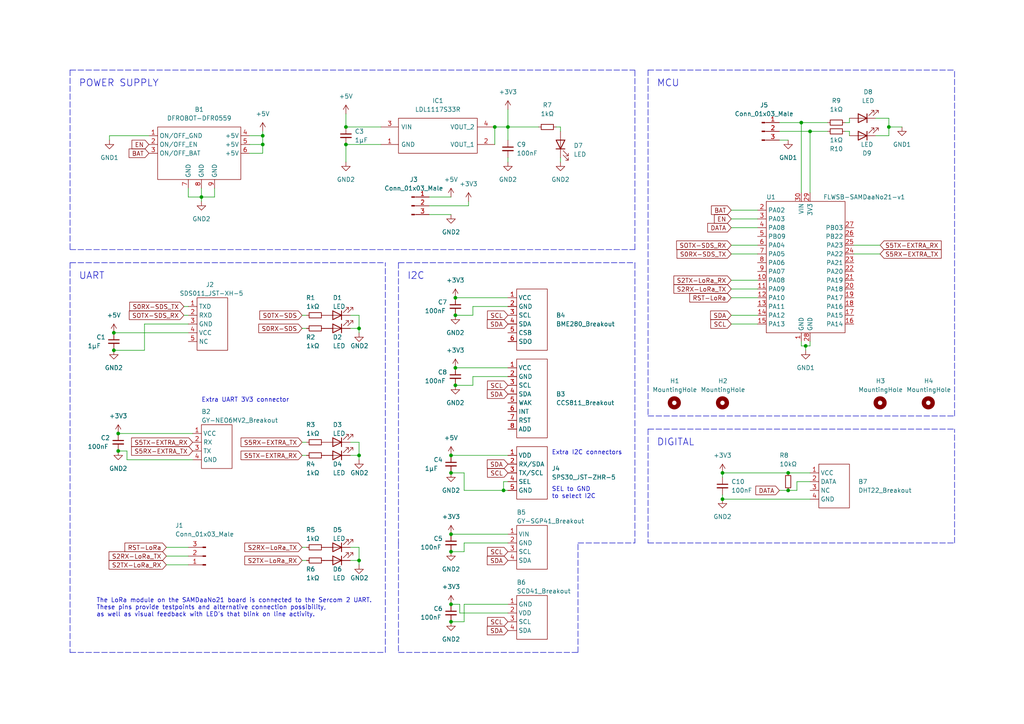
<source format=kicad_sch>
(kicad_sch (version 20211123) (generator eeschema)
  (paper "A4")
  (title_block (title "FLWSB Connector Board") (rev "1.1"))
  (lib_symbols
    (symbol "Component_Library_Bavo:BME280_Breakout"
      (property "Reference" "B" (at 0 0 0))
      (property "Value" "BME280_Breakout" (at 0 0 0))
      (symbol "BME280_Breakout_0_1"
        (rectangle (start -3.81 -2.54) (end 5.08 -20.32))
      )
      (symbol "BME280_Breakout_1_1"
        (pin input line (at -6.35 -5.08 0) (length 2.54) (name "VCC") (number "1"))
        (pin input line (at -6.35 -7.62 0) (length 2.54) (name "GND") (number "2"))
        (pin input line (at -6.35 -10.16 0) (length 2.54) (name "SCL") (number "3"))
        (pin input line (at -6.35 -12.7 0) (length 2.54) (name "SDA") (number "4"))
        (pin input line (at -6.35 -15.24 0) (length 2.54) (name "CSB") (number "5"))
        (pin input line (at -6.35 -17.78 0) (length 2.54) (name "SDO") (number "6"))
      )
    )
    (symbol "Component_Library_Bavo:CCS811_Breakout"
      (property "Reference" "B" (at 0 0 0))
      (property "Value" "CCS811_Breakout" (at 0 0 0))
      (symbol "CCS811_Breakout_0_1"
        (rectangle (start -2.54 -2.54) (end 6.35 -25.4))
      )
      (symbol "CCS811_Breakout_1_1"
        (pin input line (at -5.08 -5.08 0) (length 2.54) (name "VCC") (number "1"))
        (pin input line (at -5.08 -7.62 0) (length 2.54) (name "GND") (number "2"))
        (pin input line (at -5.08 -10.16 0) (length 2.54) (name "SCL") (number "3"))
        (pin input line (at -5.08 -12.7 0) (length 2.54) (name "SDA") (number "4"))
        (pin input line (at -5.08 -15.24 0) (length 2.54) (name "WAK") (number "5"))
        (pin input line (at -5.08 -17.78 0) (length 2.54) (name "INT") (number "6"))
        (pin input line (at -5.08 -20.32 0) (length 2.54) (name "RST") (number "7"))
        (pin input line (at -5.08 -22.86 0) (length 2.54) (name "ADD") (number "8"))
      )
    )
    (symbol "Component_Library_Bavo:DFROBOT-DFR0559"
      (property "Reference" "B" (at 0 0 0))
      (property "Value" "DFROBOT-DFR0559" (at 0 0 0))
      (symbol "DFROBOT-DFR0559_0_1"
        (rectangle (start -12.7 -2.54) (end 11.43 -17.78))
      )
      (symbol "DFROBOT-DFR0559_1_1"
        (pin input line (at -15.24 -5.08 0) (length 2.54) (name "ON/OFF_GND") (number "1"))
        (pin input line (at -15.24 -7.62 0) (length 2.54) (name "ON/OFF_EN") (number "2"))
        (pin input line (at -15.24 -10.16 0) (length 2.54) (name "ON/OFF_BAT") (number "3"))
        (pin input line (at 13.97 -5.08 180) (length 2.54) (name "+5V") (number "4"))
        (pin input line (at 13.97 -7.62 180) (length 2.54) (name "+5V") (number "5"))
        (pin input line (at 13.97 -10.16 180) (length 2.54) (name "+5V") (number "6"))
        (pin input line (at -3.81 -20.32 90) (length 2.54) (name "GND") (number "7"))
        (pin input line (at 0 -20.32 90) (length 2.54) (name "GND") (number "8"))
        (pin input line (at 3.81 -20.32 90) (length 2.54) (name "GND") (number "9"))
      )
    )
    (symbol "Component_Library_Bavo:DHT22_Breakout"
      (property "Reference" "B" (at 0 0 0))
      (property "Value" "DHT22_Breakout" (at 0 0 0))
      (symbol "DHT22_Breakout_0_1"
        (rectangle (start -3.81 -2.54) (end 5.08 -15.24))
      )
      (symbol "DHT22_Breakout_1_1"
        (pin input line (at -6.35 -5.08 0) (length 2.54) (name "VCC") (number "1"))
        (pin input line (at -6.35 -7.62 0) (length 2.54) (name "DATA") (number "2"))
        (pin input line (at -6.35 -10.16 0) (length 2.54) (name "NC") (number "3"))
        (pin input line (at -6.35 -12.7 0) (length 2.54) (name "GND") (number "4"))
      )
    )
    (symbol "Component_Library_Bavo:FLWSB-SAMDaaNo21-v1"
      (property "Reference" "U" (at 3.81 -1.27 0))
      (property "Value" "FLWSB-SAMDaaNo21-v1" (at 15.24 -3.81 0))
      (symbol "FLWSB-SAMDaaNo21-v1_0_1"
        (rectangle (start -11.43 -5.08) (end 11.43 -43.18))
      )
      (symbol "FLWSB-SAMDaaNo21-v1_1_1"
        (pin power_in line (at -1.27 -45.72 90) (length 2.54) (name "GND") (number "1"))
        (pin bidirectional line (at -13.97 -27.94 0) (length 2.54) (name "PA08") (number "10"))
        (pin bidirectional line (at -13.97 -30.48 0) (length 2.54) (name "PA09") (number "11"))
        (pin bidirectional line (at -13.97 -33.02 0) (length 2.54) (name "PA10") (number "12"))
        (pin bidirectional line (at -13.97 -35.56 0) (length 2.54) (name "PA11") (number "13"))
        (pin bidirectional line (at -13.97 -38.1 0) (length 2.54) (name "PA12") (number "14"))
        (pin bidirectional line (at -13.97 -40.64 0) (length 2.54) (name "PA13") (number "15"))
        (pin bidirectional line (at 13.97 -40.64 180) (length 2.54) (name "PA14") (number "16"))
        (pin bidirectional line (at 13.97 -38.1 180) (length 2.54) (name "PA15") (number "17"))
        (pin bidirectional line (at 13.97 -35.56 180) (length 2.54) (name "PA16") (number "18"))
        (pin bidirectional line (at 13.97 -33.02 180) (length 2.54) (name "PA17") (number "19"))
        (pin bidirectional line (at -13.97 -7.62 0) (length 2.54) (name "PA02") (number "2"))
        (pin bidirectional line (at 13.97 -30.48 180) (length 2.54) (name "PA18") (number "20"))
        (pin bidirectional line (at 13.97 -27.94 180) (length 2.54) (name "PA19") (number "21"))
        (pin bidirectional line (at 13.97 -25.4 180) (length 2.54) (name "PA20") (number "22"))
        (pin bidirectional line (at 13.97 -22.86 180) (length 2.54) (name "PA21") (number "23"))
        (pin bidirectional line (at 13.97 -20.32 180) (length 2.54) (name "PA22") (number "24"))
        (pin bidirectional line (at 13.97 -17.78 180) (length 2.54) (name "PA23") (number "25"))
        (pin bidirectional line (at 13.97 -15.24 180) (length 2.54) (name "PB22") (number "26"))
        (pin bidirectional line (at 13.97 -12.7 180) (length 2.54) (name "PB03") (number "27"))
        (pin power_in line (at 1.27 -45.72 90) (length 2.54) (name "GND") (number "28"))
        (pin power_in line (at 1.27 -2.54 270) (length 2.54) (name "3V3") (number "29"))
        (pin bidirectional line (at -13.97 -10.16 0) (length 2.54) (name "PA03") (number "3"))
        (pin power_in line (at -1.27 -2.54 270) (length 2.54) (name "VIN") (number "30"))
        (pin bidirectional line (at -13.97 -12.7 0) (length 2.54) (name "PA08") (number "4"))
        (pin bidirectional line (at -13.97 -15.24 0) (length 2.54) (name "PB09") (number "5"))
        (pin bidirectional line (at -13.97 -17.78 0) (length 2.54) (name "PA04") (number "6"))
        (pin bidirectional line (at -13.97 -20.32 0) (length 2.54) (name "PA05") (number "7"))
        (pin bidirectional line (at -13.97 -22.86 0) (length 2.54) (name "PA06") (number "8"))
        (pin bidirectional line (at -13.97 -25.4 0) (length 2.54) (name "PA07") (number "9"))
      )
    )
    (symbol "Component_Library_Bavo:GY-NEO6MV2_Breakout"
      (property "Reference" "B" (at 0 0 0))
      (property "Value" "GY-NEO6MV2_Breakout" (at 0 0 0))
      (symbol "GY-NEO6MV2_Breakout_0_1"
        (rectangle (start -3.81 -2.54) (end 5.08 -15.24))
      )
      (symbol "GY-NEO6MV2_Breakout_1_1"
        (pin power_in line (at -6.35 -5.08 0) (length 2.54) (name "VCC") (number "1"))
        (pin input line (at -6.35 -7.62 0) (length 2.54) (name "RX") (number "2"))
        (pin output line (at -6.35 -10.16 0) (length 2.54) (name "TX") (number "3"))
        (pin power_in line (at -6.35 -12.7 0) (length 2.54) (name "GND") (number "4"))
      )
    )
    (symbol "Component_Library_Bavo:GY-SGP41_Breakout"
      (property "Reference" "B" (at 0 0 0))
      (property "Value" "GY-SGP41_Breakout" (at 0 0 0))
      (symbol "GY-SGP41_Breakout_0_1"
        (rectangle (start -3.81 -2.54) (end 5.08 -15.24))
      )
      (symbol "GY-SGP41_Breakout_1_1"
        (pin power_in line (at -6.35 -5.08 0) (length 2.54) (name "VIN") (number "1"))
        (pin power_in line (at -6.35 -7.62 0) (length 2.54) (name "GND") (number "2"))
        (pin bidirectional line (at -6.35 -10.16 0) (length 2.54) (name "SCL") (number "3"))
        (pin bidirectional line (at -6.35 -12.7 0) (length 2.54) (name "SDA") (number "4"))
      )
    )
    (symbol "Component_Library_Bavo:LDL1117S33R" (pin_names (offset 0.762))
      (property "Reference" "IC1" (at 16.51 7.62 0))
      (property "Value" "LDL1117S33R" (at 16.51 5.08 0))
      (symbol "LDL1117S33R_0_0"
        (pin power_in line (at 0 -5.08 0) (length 5.08) (name "GND") (number "1"))
        (pin output line (at 33.02 -5.08 180) (length 5.08) (name "VOUT_1") (number "2"))
        (pin input line (at 0 0 0) (length 5.08) (name "VIN") (number "3"))
        (pin output line (at 33.02 0 180) (length 5.08) (name "VOUT_2") (number "4"))
      )
      (symbol "LDL1117S33R_0_1"
        (polyline (pts (xy 5.08 2.54) (xy 27.94 2.54) (xy 27.94 -7.62) (xy 5.08 -7.62) (xy 5.08 2.54)) (stroke (width 0.1524)))
      )
    )
    (symbol "Component_Library_Bavo:SCD41_Breakout"
      (property "Reference" "B" (at 0 0 0))
      (property "Value" "SCD41_Breakout" (at 0 0 0))
      (symbol "SCD41_Breakout_0_1"
        (rectangle (start -3.81 -2.54) (end 5.08 -15.24))
      )
      (symbol "SCD41_Breakout_1_1"
        (pin power_in line (at -6.35 -5.08 0) (length 2.54) (name "GND") (number "1"))
        (pin power_in line (at -6.35 -7.62 0) (length 2.54) (name "VDD") (number "2"))
        (pin bidirectional line (at -6.35 -10.16 0) (length 2.54) (name "SCL") (number "3"))
        (pin bidirectional line (at -6.35 -12.7 0) (length 2.54) (name "SDA") (number "4"))
      )
    )
    (symbol "Component_Library_Bavo:SDS011_JST-XH-5"
      (property "Reference" "J" (at 0 0 0))
      (property "Value" "SDS011_JST-XH-5" (at 0 0 0))
      (symbol "SDS011_JST-XH-5_0_1"
        (rectangle (start -3.81 -2.54) (end 5.08 -17.78))
      )
      (symbol "SDS011_JST-XH-5_1_1"
        (pin input line (at -6.35 -5.08 0) (length 2.54) (name "TXD") (number "1"))
        (pin input line (at -6.35 -7.62 0) (length 2.54) (name "RXD") (number "2"))
        (pin input line (at -6.35 -10.16 0) (length 2.54) (name "GND") (number "3"))
        (pin input line (at -6.35 -12.7 0) (length 2.54) (name "VCC") (number "4"))
        (pin input line (at -6.35 -15.24 0) (length 2.54) (name "NC") (number "5"))
      )
    )
    (symbol "Component_Library_Bavo:SPS30_JST-ZHR-5"
      (property "Reference" "J" (at 0 0 0))
      (property "Value" "SPS30_JST-ZHR-5" (at 0 0 0))
      (symbol "SPS30_JST-ZHR-5_0_1"
        (rectangle (start -3.81 -2.54) (end 5.08 -17.78))
      )
      (symbol "SPS30_JST-ZHR-5_1_1"
        (pin power_in line (at -6.35 -5.08 0) (length 2.54) (name "VDD") (number "1"))
        (pin input line (at -6.35 -7.62 0) (length 2.54) (name "RX/SDA") (number "2"))
        (pin output line (at -6.35 -10.16 0) (length 2.54) (name "TX/SCL") (number "3"))
        (pin input line (at -6.35 -12.7 0) (length 2.54) (name "SEL") (number "4"))
        (pin power_in line (at -6.35 -15.24 0) (length 2.54) (name "GND") (number "5"))
      )
    )
    (symbol "Connector:Conn_01x03_Male" (pin_names (offset 1.016) hide)
      (property "Reference" "J" (at 0 5.08 0))
      (property "Value" "Conn_01x03_Male" (at 0 -5.08 0))
      (symbol "Conn_01x03_Male_1_1"
        (polyline (pts (xy 1.27 -2.54) (xy 0.8636 -2.54)) (stroke (width 0.1524)))
        (polyline (pts (xy 1.27 0) (xy 0.8636 0)) (stroke (width 0.1524)))
        (polyline (pts (xy 1.27 2.54) (xy 0.8636 2.54)) (stroke (width 0.1524)))
        (rectangle (start 0.8636 -2.413) (end 0 -2.667) (stroke (width 0.1524)) (fill (type outline)))
        (rectangle (start 0.8636 0.127) (end 0 -0.127) (stroke (width 0.1524)) (fill (type outline)))
        (rectangle (start 0.8636 2.667) (end 0 2.413) (stroke (width 0.1524)) (fill (type outline)))
        (pin passive line (at 5.08 2.54 180) (length 3.81) (name "Pin_1") (number "1"))
        (pin passive line (at 5.08 0 180) (length 3.81) (name "Pin_2") (number "2"))
        (pin passive line (at 5.08 -2.54 180) (length 3.81) (name "Pin_3") (number "3"))
      )
    )
    (symbol "Device:C_Small" (pin_numbers hide) (pin_names (offset 0.254) hide)
      (property "Reference" "C" (at 0.254 1.778 0))
      (property "Value" "C_Small" (at 0.254 -2.032 0))
      (symbol "C_Small_0_1"
        (polyline (pts (xy -1.524 -0.508) (xy 1.524 -0.508)) (stroke (width 0.3302)))
        (polyline (pts (xy -1.524 0.508) (xy 1.524 0.508)) (stroke (width 0.3048)))
      )
      (symbol "C_Small_1_1"
        (pin passive line (at 0 2.54 270) (length 2.032) (name "~") (number "1"))
        (pin passive line (at 0 -2.54 90) (length 2.032) (name "~") (number "2"))
      )
    )
    (symbol "Device:LED" (pin_numbers hide) (pin_names (offset 1.016) hide)
      (property "Reference" "D" (at 0 2.54 0))
      (property "Value" "LED" (at 0 -2.54 0))
      (symbol "LED_0_1"
        (polyline (pts (xy -1.27 -1.27) (xy -1.27 1.27)) (stroke (width 0.254)))
        (polyline (pts (xy -1.27 0) (xy 1.27 0)))
        (polyline (pts (xy 1.27 -1.27) (xy 1.27 1.27) (xy -1.27 0) (xy 1.27 -1.27)) (stroke (width 0.254)))
        (polyline (pts (xy -3.048 -0.762) (xy -4.572 -2.286) (xy -3.81 -2.286) (xy -4.572 -2.286) (xy -4.572 -1.524)))
        (polyline (pts (xy -1.778 -0.762) (xy -3.302 -2.286) (xy -2.54 -2.286) (xy -3.302 -2.286) (xy -3.302 -1.524)))
      )
      (symbol "LED_1_1"
        (pin passive line (at -3.81 0 0) (length 2.54) (name "K") (number "1"))
        (pin passive line (at 3.81 0 180) (length 2.54) (name "A") (number "2"))
      )
    )
    (symbol "Device:R_Small" (pin_numbers hide) (pin_names (offset 0.254) hide)
      (property "Reference" "R" (at 0.762 0.508 0))
      (property "Value" "R_Small" (at 0.762 -1.016 0))
      (symbol "R_Small_0_1"
        (rectangle (start -0.762 1.778) (end 0.762 -1.778) (stroke (width 0.2032)))
      )
      (symbol "R_Small_1_1"
        (pin passive line (at 0 2.54 270) (length 0.762) (name "~") (number "1"))
        (pin passive line (at 0 -2.54 90) (length 0.762) (name "~") (number "2"))
      )
    )
    (symbol "Mechanical:MountingHole" (pin_names (offset 1.016))
      (property "Reference" "H" (at 0 5.08 0))
      (property "Value" "MountingHole" (at 0 3.175 0))
      (symbol "MountingHole_0_1"
        (circle (center 0 0) (radius 1.27) (stroke (width 1.27)))
      )
    )
    (symbol "power:+3V3" (power) (pin_names (offset 0))
      (property "Value" "+3V3" (at 0 3.556 0))
      (symbol "+3V3_0_1"
        (polyline (pts (xy -0.762 1.27) (xy 0 2.54)))
        (polyline (pts (xy 0 0) (xy 0 2.54)))
        (polyline (pts (xy 0 2.54) (xy 0.762 1.27)))
      )
      (symbol "+3V3_1_1"
        (pin power_in line (at 0 0 90) (length 0) hide (name "+3V3") (number "1"))
      )
    )
    (symbol "power:+5V" (power) (pin_names (offset 0))
      (property "Value" "+5V" (at 0 3.556 0))
      (symbol "+5V_0_1"
        (polyline (pts (xy -0.762 1.27) (xy 0 2.54)))
        (polyline (pts (xy 0 0) (xy 0 2.54)))
        (polyline (pts (xy 0 2.54) (xy 0.762 1.27)))
      )
      (symbol "+5V_1_1"
        (pin power_in line (at 0 0 90) (length 0) hide (name "+5V") (number "1"))
      )
    )
    (symbol "power:GND1" (power) (pin_names (offset 0))
      (property "Value" "GND1" (at 0 -3.81 0))
      (symbol "GND1_0_1"
        (polyline (pts (xy 0 0) (xy 0 -1.27) (xy 1.27 -1.27) (xy 0 -2.54) (xy -1.27 -1.27) (xy 0 -1.27)))
      )
      (symbol "GND1_1_1"
        (pin power_in line (at 0 0 270) (length 0) hide (name "GND1") (number "1"))
      )
    )
    (symbol "power:GND2" (power) (pin_names (offset 0))
      (property "Value" "GND2" (at 0 -3.81 0))
      (symbol "GND2_0_1"
        (polyline (pts (xy 0 0) (xy 0 -1.27) (xy 1.27 -1.27) (xy 0 -2.54) (xy -1.27 -1.27) (xy 0 -1.27)))
      )
      (symbol "GND2_1_1"
        (pin power_in line (at 0 0 270) (length 0) hide (name "GND2") (number "1"))
      )
    )
  )
  (junction (at 132.08 86.36))
  (junction (at 130.81 160.02))
  (junction (at 104.14 95.25))
  (junction (at 132.08 106.68))
  (junction (at 146.05 142.24))
  (junction (at 34.29 130.81))
  (junction (at 104.14 162.56))
  (junction (at 130.81 132.08))
  (junction (at 209.55 144.78))
  (junction (at 33.02 101.6))
  (junction (at 228.6 137.16))
  (junction (at 257.81 36.83))
  (junction (at 147.32 36.83))
  (junction (at 104.14 132.08))
  (junction (at 58.42 57.15))
  (junction (at 234.95 38.1))
  (junction (at 76.2 41.91))
  (junction (at 132.08 91.44))
  (junction (at 33.02 96.52))
  (junction (at 130.81 154.94))
  (junction (at 143.51 36.83))
  (junction (at 34.29 125.73))
  (junction (at 209.55 137.16))
  (junction (at 130.81 137.16))
  (junction (at 100.33 36.83))
  (junction (at 130.81 180.34))
  (junction (at 233.68 100.33))
  (junction (at 76.2 39.37))
  (junction (at 232.41 35.56))
  (junction (at 100.33 41.91))
  (junction (at 132.08 111.76))
  (junction (at 130.81 175.26))
  (junction (at 228.6 142.24))
  (wire (pts (xy 134.62 142.24) (xy 134.62 137.16)))
  (wire (pts (xy 257.81 36.83) (xy 257.81 39.37)))
  (wire (pts (xy 212.09 86.36) (xy 219.71 86.36)))
  (wire (pts (xy 255.27 73.66) (xy 247.65 73.66)))
  (wire (pts (xy 100.33 36.83) (xy 110.49 36.83)))
  (wire (pts (xy 132.08 86.36) (xy 147.32 86.36)))
  (wire (pts (xy 226.06 38.1) (xy 234.95 38.1)))
  (wire (pts (xy 133.35 175.26) (xy 130.81 175.26)))
  (wire (pts (xy 246.38 35.56) (xy 246.38 34.29)))
  (polyline (pts (xy 20.32 72.39) (xy 184.15 72.39)))
  (wire (pts (xy 228.6 40.64) (xy 226.06 40.64)))
  (wire (pts (xy 104.14 132.08) (xy 104.14 133.35)))
  (wire (pts (xy 132.08 106.68) (xy 147.32 106.68)))
  (wire (pts (xy 232.41 35.56) (xy 240.03 35.56)))
  (wire (pts (xy 147.32 45.72) (xy 147.32 46.99)))
  (wire (pts (xy 228.6 137.16) (xy 234.95 137.16)))
  (wire (pts (xy 87.63 132.08) (xy 88.9 132.08)))
  (wire (pts (xy 53.34 91.44) (xy 54.61 91.44)))
  (wire (pts (xy 62.23 57.15) (xy 58.42 57.15)))
  (wire (pts (xy 130.81 160.02) (xy 134.62 160.02)))
  (wire (pts (xy 104.14 95.25) (xy 104.14 96.52)))
  (wire (pts (xy 209.55 137.16) (xy 209.55 138.43)))
  (wire (pts (xy 76.2 39.37) (xy 76.2 38.1)))
  (wire (pts (xy 124.46 59.69) (xy 135.89 59.69)))
  (wire (pts (xy 101.6 158.75) (xy 104.14 158.75)))
  (wire (pts (xy 54.61 54.61) (xy 54.61 57.15)))
  (wire (pts (xy 245.11 35.56) (xy 246.38 35.56)))
  (wire (pts (xy 62.23 54.61) (xy 62.23 57.15)))
  (wire (pts (xy 234.95 38.1) (xy 240.03 38.1)))
  (wire (pts (xy 232.41 35.56) (xy 232.41 55.88)))
  (wire (pts (xy 34.29 125.73) (xy 55.88 125.73)))
  (wire (pts (xy 132.08 91.44) (xy 137.16 91.44)))
  (polyline (pts (xy 20.32 20.32) (xy 20.32 72.39)))
  (wire (pts (xy 134.62 137.16) (xy 130.81 137.16)))
  (wire (pts (xy 233.68 101.6) (xy 233.68 100.33)))
  (wire (pts (xy 212.09 66.04) (xy 219.71 66.04)))
  (wire (pts (xy 48.26 163.83) (xy 54.61 163.83)))
  (wire (pts (xy 161.29 36.83) (xy 162.56 36.83)))
  (wire (pts (xy 101.6 91.44) (xy 104.14 91.44)))
  (wire (pts (xy 245.11 38.1) (xy 246.38 38.1)))
  (wire (pts (xy 33.02 96.52) (xy 54.61 96.52)))
  (wire (pts (xy 147.32 157.48) (xy 134.62 157.48)))
  (wire (pts (xy 101.6 132.08) (xy 104.14 132.08)))
  (wire (pts (xy 232.41 99.06) (xy 232.41 100.33)))
  (wire (pts (xy 72.39 39.37) (xy 76.2 39.37)))
  (wire (pts (xy 212.09 83.82) (xy 219.71 83.82)))
  (wire (pts (xy 209.55 137.16) (xy 228.6 137.16)))
  (wire (pts (xy 134.62 175.26) (xy 134.62 180.34)))
  (wire (pts (xy 130.81 132.08) (xy 147.32 132.08)))
  (polyline (pts (xy 115.57 76.2) (xy 115.57 157.48)))
  (wire (pts (xy 254 39.37) (xy 257.81 39.37)))
  (wire (pts (xy 143.51 36.83) (xy 143.51 41.91)))
  (polyline (pts (xy 20.32 20.32) (xy 184.15 20.32)))
  (wire (pts (xy 87.63 95.25) (xy 88.9 95.25)))
  (polyline (pts (xy 187.96 20.32) (xy 187.96 120.65)))
  (wire (pts (xy 147.32 31.75) (xy 147.32 36.83)))
  (wire (pts (xy 234.95 139.7) (xy 231.14 139.7)))
  (wire (pts (xy 100.33 41.91) (xy 100.33 46.99)))
  (wire (pts (xy 101.6 162.56) (xy 104.14 162.56)))
  (wire (pts (xy 162.56 36.83) (xy 162.56 38.1)))
  (polyline (pts (xy 187.96 20.32) (xy 276.86 20.32)))
  (wire (pts (xy 147.32 142.24) (xy 146.05 142.24)))
  (wire (pts (xy 257.81 36.83) (xy 261.62 36.83)))
  (wire (pts (xy 212.09 93.98) (xy 219.71 93.98)))
  (wire (pts (xy 101.6 95.25) (xy 104.14 95.25)))
  (polyline (pts (xy 187.96 120.65) (xy 276.86 120.65)))
  (wire (pts (xy 146.05 139.7) (xy 146.05 142.24)))
  (wire (pts (xy 234.95 99.06) (xy 234.95 100.33)))
  (wire (pts (xy 162.56 45.72) (xy 162.56 46.99)))
  (polyline (pts (xy 276.86 157.48) (xy 276.86 124.46)))
  (wire (pts (xy 124.46 57.15) (xy 130.81 57.15)))
  (wire (pts (xy 124.46 62.23) (xy 130.81 62.23)))
  (polyline (pts (xy 115.57 189.23) (xy 167.64 189.23)))
  (wire (pts (xy 234.95 100.33) (xy 233.68 100.33)))
  (wire (pts (xy 100.33 33.02) (xy 100.33 36.83)))
  (wire (pts (xy 76.2 41.91) (xy 76.2 39.37)))
  (wire (pts (xy 54.61 57.15) (xy 58.42 57.15)))
  (wire (pts (xy 137.16 109.22) (xy 137.16 111.76)))
  (wire (pts (xy 147.32 36.83) (xy 147.32 40.64)))
  (wire (pts (xy 48.26 161.29) (xy 54.61 161.29)))
  (wire (pts (xy 54.61 93.98) (xy 41.91 93.98)))
  (wire (pts (xy 36.83 130.81) (xy 34.29 130.81)))
  (wire (pts (xy 132.08 111.76) (xy 137.16 111.76)))
  (wire (pts (xy 209.55 143.51) (xy 209.55 144.78)))
  (wire (pts (xy 41.91 93.98) (xy 41.91 101.6)))
  (polyline (pts (xy 167.64 157.48) (xy 184.15 157.48)))
  (polyline (pts (xy 111.76 189.23) (xy 111.76 76.2)))
  (wire (pts (xy 234.95 38.1) (xy 234.95 55.88)))
  (wire (pts (xy 48.26 158.75) (xy 54.61 158.75)))
  (polyline (pts (xy 187.96 157.48) (xy 276.86 157.48)))
  (polyline (pts (xy 167.64 189.23) (xy 167.64 157.48)))
  (wire (pts (xy 147.32 177.8) (xy 133.35 177.8)))
  (wire (pts (xy 246.38 38.1) (xy 246.38 39.37)))
  (wire (pts (xy 31.75 40.64) (xy 31.75 39.37)))
  (wire (pts (xy 36.83 133.35) (xy 36.83 130.81)))
  (wire (pts (xy 232.41 100.33) (xy 233.68 100.33)))
  (wire (pts (xy 134.62 180.34) (xy 130.81 180.34)))
  (wire (pts (xy 58.42 54.61) (xy 58.42 57.15)))
  (polyline (pts (xy 115.57 157.48) (xy 115.57 189.23)))
  (wire (pts (xy 147.32 36.83) (xy 143.51 36.83)))
  (wire (pts (xy 231.14 139.7) (xy 231.14 142.24)))
  (polyline (pts (xy 20.32 76.2) (xy 111.76 76.2)))
  (wire (pts (xy 212.09 73.66) (xy 219.71 73.66)))
  (wire (pts (xy 137.16 88.9) (xy 137.16 91.44)))
  (wire (pts (xy 212.09 71.12) (xy 219.71 71.12)))
  (wire (pts (xy 147.32 175.26) (xy 134.62 175.26)))
  (polyline (pts (xy 20.32 189.23) (xy 111.76 189.23)))
  (wire (pts (xy 55.88 133.35) (xy 36.83 133.35)))
  (wire (pts (xy 87.63 162.56) (xy 88.9 162.56)))
  (wire (pts (xy 212.09 91.44) (xy 219.71 91.44)))
  (wire (pts (xy 72.39 44.45) (xy 76.2 44.45)))
  (wire (pts (xy 209.55 144.78) (xy 234.95 144.78)))
  (wire (pts (xy 146.05 142.24) (xy 134.62 142.24)))
  (polyline (pts (xy 184.15 72.39) (xy 184.15 20.32)))
  (polyline (pts (xy 187.96 124.46) (xy 187.96 157.48)))
  (wire (pts (xy 87.63 158.75) (xy 88.9 158.75)))
  (wire (pts (xy 53.34 88.9) (xy 54.61 88.9)))
  (wire (pts (xy 254 34.29) (xy 257.81 34.29)))
  (polyline (pts (xy 187.96 124.46) (xy 276.86 124.46)))
  (wire (pts (xy 226.06 142.24) (xy 228.6 142.24)))
  (wire (pts (xy 226.06 35.56) (xy 232.41 35.56)))
  (wire (pts (xy 134.62 157.48) (xy 134.62 160.02)))
  (wire (pts (xy 87.63 91.44) (xy 88.9 91.44)))
  (wire (pts (xy 212.09 63.5) (xy 219.71 63.5)))
  (wire (pts (xy 31.75 39.37) (xy 43.18 39.37)))
  (wire (pts (xy 101.6 128.27) (xy 104.14 128.27)))
  (wire (pts (xy 133.35 177.8) (xy 133.35 175.26)))
  (wire (pts (xy 33.02 101.6) (xy 41.91 101.6)))
  (polyline (pts (xy 184.15 76.2) (xy 184.15 157.48)))
  (wire (pts (xy 58.42 57.15) (xy 58.42 58.42)))
  (wire (pts (xy 231.14 142.24) (xy 228.6 142.24)))
  (wire (pts (xy 130.81 154.94) (xy 147.32 154.94)))
  (wire (pts (xy 104.14 91.44) (xy 104.14 95.25)))
  (wire (pts (xy 76.2 44.45) (xy 76.2 41.91)))
  (wire (pts (xy 147.32 36.83) (xy 156.21 36.83)))
  (polyline (pts (xy 276.86 120.65) (xy 276.86 20.32)))
  (polyline (pts (xy 20.32 76.2) (xy 20.32 189.23)))
  (wire (pts (xy 87.63 128.27) (xy 88.9 128.27)))
  (wire (pts (xy 104.14 128.27) (xy 104.14 132.08)))
  (wire (pts (xy 104.14 162.56) (xy 104.14 163.83)))
  (wire (pts (xy 100.33 41.91) (xy 110.49 41.91)))
  (wire (pts (xy 147.32 139.7) (xy 146.05 139.7)))
  (polyline (pts (xy 115.57 76.2) (xy 184.15 76.2)))
  (wire (pts (xy 255.27 71.12) (xy 247.65 71.12)))
  (wire (pts (xy 212.09 81.28) (xy 219.71 81.28)))
  (wire (pts (xy 147.32 88.9) (xy 137.16 88.9)))
  (wire (pts (xy 104.14 158.75) (xy 104.14 162.56)))
  (wire (pts (xy 257.81 34.29) (xy 257.81 36.83)))
  (wire (pts (xy 72.39 41.91) (xy 76.2 41.91)))
  (wire (pts (xy 147.32 109.22) (xy 137.16 109.22)))
  (wire (pts (xy 212.09 60.96) (xy 219.71 60.96)))
  (wire (pts (xy 135.89 59.69) (xy 135.89 58.42)))
  (text "SEL to GND\nto select I2C" (at 160.02 144.78 0) (effects (font (size 1.27 1.27)) (justify left bottom)))
  (text "MCU" (at 190.5 25.4 0) (effects (font (size 2 2)) (justify left bottom)))
  (text "DIGITAL" (at 190.5 129.54 0) (effects (font (size 2 2)) (justify left bottom)))
  (text "UART" (at 22.86 81.28 0) (effects (font (size 2 2)) (justify left bottom)))
  (text "POWER SUPPLY" (at 22.86 25.4 0) (effects (font (size 2 2)) (justify left bottom)))
  (text "Extra UART 3V3 connector" (at 58.42 116.84 0) (effects (font (size 1.27 1.27)) (justify left bottom)))
  (text "I2C" (at 118.11 81.28 0) (effects (font (size 2 2)) (justify left bottom)))
  (text "The LoRa module on the SAMDaaNo21 board is connected to the Sercom 2 UART.\nThese pins provide testpoints and alternative connection possibility,\nas well as visual feedback with LED's that blink on line activity." (at 27.94 179.07 0) (effects (font (size 1.27 1.27)) (justify left bottom)))
  (text "Extra I2C connectors\n" (at 160.02 132.08 0) (effects (font (size 1.27 1.27)) (justify left bottom)))
  (global_label "S2RX-LoRa_TX" (shape input) (at 48.26 161.29 180) (property "Intersheet References" "${INTERSHEET_REFS}" (effects hide)))
  (global_label "SDA" (shape input) (at 147.32 114.3 180) (property "Intersheet References" "${INTERSHEET_REFS}" (effects hide)))
  (global_label "SDA" (shape input) (at 212.09 91.44 180) (property "Intersheet References" "${INTERSHEET_REFS}" (effects hide)))
  (global_label "S2TX-LoRa_RX" (shape input) (at 87.63 162.56 180) (property "Intersheet References" "${INTERSHEET_REFS}" (effects hide)))
  (global_label "SOTX-SDS_RX" (shape input) (at 212.09 71.12 180) (property "Intersheet References" "${INTERSHEET_REFS}" (effects hide)))
  (global_label "SCL" (shape input) (at 147.32 180.34 180) (property "Intersheet References" "${INTERSHEET_REFS}" (effects hide)))
  (global_label "S2TX-LoRa_RX" (shape input) (at 212.09 81.28 180) (property "Intersheet References" "${INTERSHEET_REFS}" (effects hide)))
  (global_label "S0TX-SDS" (shape input) (at 87.63 91.44 180) (property "Intersheet References" "${INTERSHEET_REFS}" (effects hide)))
  (global_label "SOTX-SDS_RX" (shape input) (at 53.34 91.44 180) (property "Intersheet References" "${INTERSHEET_REFS}" (effects hide)))
  (global_label "DATA" (shape input) (at 212.09 66.04 180) (property "Intersheet References" "${INTERSHEET_REFS}" (effects hide)))
  (global_label "SDA" (shape input) (at 147.32 162.56 180) (property "Intersheet References" "${INTERSHEET_REFS}" (effects hide)))
  (global_label "S2RX-LoRa_TX" (shape input) (at 87.63 158.75 180) (property "Intersheet References" "${INTERSHEET_REFS}" (effects hide)))
  (global_label "S5TX-EXTRA_RX" (shape input) (at 55.88 128.27 180) (property "Intersheet References" "${INTERSHEET_REFS}" (effects hide)))
  (global_label "SCL" (shape input) (at 147.32 91.44 180) (property "Intersheet References" "${INTERSHEET_REFS}" (effects hide)))
  (global_label "SCL" (shape input) (at 147.32 160.02 180) (property "Intersheet References" "${INTERSHEET_REFS}" (effects hide)))
  (global_label "BAT" (shape input) (at 43.18 44.45 180) (property "Intersheet References" "${INTERSHEET_REFS}" (effects hide)))
  (global_label "SDA" (shape input) (at 147.32 93.98 180) (property "Intersheet References" "${INTERSHEET_REFS}" (effects hide)))
  (global_label "DATA" (shape input) (at 226.06 142.24 180) (property "Intersheet References" "${INTERSHEET_REFS}" (effects hide)))
  (global_label "S5TX-EXTRA_RX" (shape input) (at 255.27 71.12 0) (property "Intersheet References" "${INTERSHEET_REFS}" (effects hide)))
  (global_label "EN" (shape input) (at 212.09 63.5 180) (property "Intersheet References" "${INTERSHEET_REFS}" (effects hide)))
  (global_label "BAT" (shape input) (at 212.09 60.96 180) (property "Intersheet References" "${INTERSHEET_REFS}" (effects hide)))
  (global_label "RST-LoRa" (shape input) (at 48.26 158.75 180) (property "Intersheet References" "${INTERSHEET_REFS}" (effects hide)))
  (global_label "SCL" (shape input) (at 147.32 111.76 180) (property "Intersheet References" "${INTERSHEET_REFS}" (effects hide)))
  (global_label "S5RX-EXTRA_TX" (shape input) (at 255.27 73.66 0) (property "Intersheet References" "${INTERSHEET_REFS}" (effects hide)))
  (global_label "SCL" (shape input) (at 147.32 137.16 180) (property "Intersheet References" "${INTERSHEET_REFS}" (effects hide)))
  (global_label "S2RX-LoRa_TX" (shape input) (at 212.09 83.82 180) (property "Intersheet References" "${INTERSHEET_REFS}" (effects hide)))
  (global_label "S5TX-EXTRA_RX" (shape input) (at 87.63 132.08 180) (property "Intersheet References" "${INTERSHEET_REFS}" (effects hide)))
  (global_label "S0RX-SDS_TX" (shape input) (at 53.34 88.9 180) (property "Intersheet References" "${INTERSHEET_REFS}" (effects hide)))
  (global_label "SDA" (shape input) (at 147.32 134.62 180) (property "Intersheet References" "${INTERSHEET_REFS}" (effects hide)))
  (global_label "S5RX-EXTRA_TX" (shape input) (at 55.88 130.81 180) (property "Intersheet References" "${INTERSHEET_REFS}" (effects hide)))
  (global_label "S0RX-SDS_TX" (shape input) (at 212.09 73.66 180) (property "Intersheet References" "${INTERSHEET_REFS}" (effects hide)))
  (global_label "SDA" (shape input) (at 147.32 182.88 180) (property "Intersheet References" "${INTERSHEET_REFS}" (effects hide)))
  (global_label "SCL" (shape input) (at 212.09 93.98 180) (property "Intersheet References" "${INTERSHEET_REFS}" (effects hide)))
  (global_label "S5RX-EXTRA_TX" (shape input) (at 87.63 128.27 180) (property "Intersheet References" "${INTERSHEET_REFS}" (effects hide)))
  (global_label "S0RX-SDS" (shape input) (at 87.63 95.25 180) (property "Intersheet References" "${INTERSHEET_REFS}" (effects hide)))
  (global_label "EN" (shape input) (at 43.18 41.91 180) (property "Intersheet References" "${INTERSHEET_REFS}" (effects hide)))
  (global_label "S2TX-LoRa_RX" (shape input) (at 48.26 163.83 180) (property "Intersheet References" "${INTERSHEET_REFS}" (effects hide)))
  (global_label "RST-LoRa" (shape input) (at 212.09 86.36 180) (property "Intersheet References" "${INTERSHEET_REFS}" (effects hide)))
  (symbol (lib_id "Component_Library_Bavo:FLWSB-SAMDaaNo21-v1") (at 233.68 53.34 0) (unit 1)
    (property "Reference" "U1" (at 222.25 57.15 0) (effects (justify left)))
    (property "Value" "FLWSB-SAMDaaNo21-v1" (at 238.76 57.15 0) (effects (justify left)))
    (property "Footprint" "Component_Library_Bavo:FLWSB-SAMDaaNo21-v1" (effects hide))
    (property "Datasheet" "https://github.com/DaanDekoningKrekels/FLWSB-SAMDaaNo21" (effects hide))
  )
  (symbol (lib_id "Connector:Conn_01x03_Male") (at 119.38 59.69 0) (unit 1)
    (property "Reference" "J3" (at 120.015 52.07 0))
    (property "Value" "Conn_01x03_Male" (at 120.015 54.61 0))
    (property "Footprint" "Connector_PinHeader_2.54mm:PinHeader_1x03_P2.54mm_Vertical" (effects hide))
  )
  (symbol (lib_id "Component_Library_Bavo:GY-SGP41_Breakout") (at 153.67 149.86 0) (unit 1)
    (property "Reference" "B5" (at 149.86 148.59 0) (effects (justify left)))
    (property "Value" "GY-SGP41_Breakout" (at 149.86 151.13 0) (effects (justify left)))
    (property "Footprint" "Connector_PinHeader_2.54mm:PinHeader_1x04_P2.54mm_Vertical" (effects hide))
  )
  (symbol (lib_id "Device:C_Small") (at 33.02 99.06 0) (unit 1)
    (property "Reference" "C1" (at 27.94 97.79 0) (effects (justify left)))
    (property "Value" "1µF" (at 25.4 100.33 0) (effects (justify left)))
    (property "Footprint" "Capacitor_SMD:C_0805_2012Metric_Pad1.18x1.45mm_HandSolder" (effects hide))
  )
  (symbol (lib_id "Device:R_Small") (at 91.44 132.08 270) (unit 1)
    (property "Reference" "R4" (at 91.44 134.62 90) (effects (justify right)))
    (property "Value" "1kΩ" (at 92.7099 137.16 90) (effects (justify right)))
    (property "Footprint" "Resistor_SMD:R_0805_2012Metric_Pad1.20x1.40mm_HandSolder" (effects hide))
  )
  (symbol (lib_id "Device:LED") (at 250.19 34.29 180) (unit 1)
    (property "Reference" "D8" (at 251.7775 26.67 0))
    (property "Value" "LED" (at 251.7775 29.21 0))
    (property "Footprint" "LED_SMD:LED_0805_2012Metric_Pad1.15x1.40mm_HandSolder" (effects hide))
  )
  (symbol (lib_id "Component_Library_Bavo:GY-NEO6MV2_Breakout") (at 62.23 120.65 0) (unit 1)
    (property "Reference" "B2" (at 58.42 119.38 0) (effects (justify left)))
    (property "Value" "GY-NEO6MV2_Breakout" (at 58.42 121.92 0) (effects (justify left)))
    (property "Footprint" "Connector_PinHeader_2.54mm:PinHeader_1x04_P2.54mm_Vertical" (effects hide))
  )
  (symbol (lib_id "Device:R_Small") (at 91.44 162.56 270) (unit 1)
    (property "Reference" "R6" (at 91.44 165.1 90) (effects (justify right)))
    (property "Value" "1kΩ" (at 92.7099 167.64 90) (effects (justify right)))
    (property "Footprint" "Resistor_SMD:R_0805_2012Metric_Pad1.20x1.40mm_HandSolder" (effects hide))
  )
  (symbol (lib_id "power:GND2") (at 132.08 111.76 0) (unit 1)
    (property "Reference" "#PWR024" (effects hide))
    (property "Value" "GND2" (at 132.08 116.84 0))
  )
  (symbol (lib_id "Device:R_Small") (at 158.75 36.83 90) (unit 1)
    (property "Reference" "R7" (at 158.75 30.48 90))
    (property "Value" "1kΩ" (at 158.75 33.02 90))
    (property "Footprint" "Resistor_SMD:R_0805_2012Metric_Pad1.20x1.40mm_HandSolder" (effects hide))
  )
  (symbol (lib_id "Component_Library_Bavo:CCS811_Breakout") (at 152.4 101.6 0) (unit 1)
    (property "Reference" "B3" (at 161.29 114.2999 0) (effects (justify left)))
    (property "Value" "CCS811_Breakout" (at 161.29 116.8399 0) (effects (justify left)))
    (property "Footprint" "Component_Library_Bavo:CCS811_Breakout" (effects hide))
  )
  (symbol (lib_id "Device:LED") (at 250.19 39.37 180) (unit 1)
    (property "Reference" "D9" (at 251.46 44.45 0))
    (property "Value" "LED" (at 251.46 41.91 0))
    (property "Footprint" "LED_SMD:LED_0805_2012Metric_Pad1.15x1.40mm_HandSolder" (effects hide))
  )
  (symbol (lib_id "Device:R_Small") (at 91.44 158.75 270) (unit 1)
    (property "Reference" "R5" (at 91.44 153.67 90) (effects (justify right)))
    (property "Value" "1kΩ" (at 92.71 156.21 90) (effects (justify right)))
    (property "Footprint" "Resistor_SMD:R_0805_2012Metric_Pad1.20x1.40mm_HandSolder" (effects hide))
  )
  (symbol (lib_id "Mechanical:MountingHole") (at 195.58 116.84 0) (unit 1)
    (property "Reference" "H1" (at 194.31 110.49 0) (effects (justify left)))
    (property "Value" "MountingHole" (at 189.23 113.03 0) (effects (justify left)))
    (property "Footprint" "MountingHole:MountingHole_3.2mm_M3_Pad_Via" (effects hide))
  )
  (symbol (lib_id "power:+5V") (at 100.33 33.02 0) (unit 1)
    (property "Reference" "#PWR08" (effects hide))
    (property "Value" "+5V" (at 100.33 27.94 0))
  )
  (symbol (lib_id "Device:LED") (at 97.79 91.44 180) (unit 1)
    (property "Reference" "D1" (at 96.52 86.36 0) (effects (justify right)))
    (property "Value" "LED" (at 96.52 88.9 0) (effects (justify right)))
    (property "Footprint" "LED_SMD:LED_0805_2012Metric_Pad1.15x1.40mm_HandSolder" (effects hide))
  )
  (symbol (lib_id "power:+5V") (at 76.2 38.1 0) (unit 1)
    (property "Reference" "#PWR07" (effects hide))
    (property "Value" "+5V" (at 76.2 33.02 0))
  )
  (symbol (lib_id "power:+3V3") (at 135.89 58.42 0) (unit 1)
    (property "Reference" "#PWR025" (effects hide))
    (property "Value" "+3V3" (at 135.89 53.34 0))
  )
  (symbol (lib_id "Component_Library_Bavo:SCD41_Breakout") (at 153.67 170.18 0) (unit 1)
    (property "Reference" "B6" (at 149.86 168.91 0) (effects (justify left)))
    (property "Value" "SCD41_Breakout" (at 149.86 171.45 0) (effects (justify left)))
    (property "Footprint" "Connector_PinHeader_2.54mm:PinHeader_1x04_P2.54mm_Vertical" (effects hide))
  )
  (symbol (lib_id "power:GND2") (at 132.08 91.44 0) (unit 1)
    (property "Reference" "#PWR022" (effects hide))
    (property "Value" "GND2" (at 132.08 96.52 0))
  )
  (symbol (lib_id "power:GND2") (at 58.42 58.42 0) (unit 1)
    (property "Reference" "#PWR06" (effects hide))
    (property "Value" "GND2" (at 58.42 63.5 0))
  )
  (symbol (lib_id "Device:R_Small") (at 91.44 95.25 270) (unit 1)
    (property "Reference" "R2" (at 91.44 97.79 90) (effects (justify right)))
    (property "Value" "1kΩ" (at 92.7099 100.33 90) (effects (justify right)))
    (property "Footprint" "Resistor_SMD:R_0805_2012Metric_Pad1.20x1.40mm_HandSolder" (effects hide))
  )
  (symbol (lib_id "Component_Library_Bavo:BME280_Breakout") (at 153.67 81.28 0) (unit 1)
    (property "Reference" "B4" (at 161.29 91.4399 0) (effects (justify left)))
    (property "Value" "BME280_Breakout" (at 161.29 93.9799 0) (effects (justify left)))
    (property "Footprint" "Component_Library_Bavo:BM280_Breakout" (effects hide))
  )
  (symbol (lib_id "Device:LED") (at 97.79 162.56 180) (unit 1)
    (property "Reference" "D6" (at 96.52 165.1 0) (effects (justify right)))
    (property "Value" "LED" (at 96.52 167.64 0) (effects (justify right)))
    (property "Footprint" "LED_SMD:LED_0805_2012Metric_Pad1.15x1.40mm_HandSolder" (effects hide))
  )
  (symbol (lib_id "power:GND1") (at 228.6 40.64 0) (unit 1)
    (property "Reference" "#PWR031" (effects hide))
    (property "Value" "GND1" (at 228.6 45.72 0))
  )
  (symbol (lib_id "Device:C_Small") (at 130.81 134.62 0) (unit 1)
    (property "Reference" "C4" (at 125.73 133.35 0) (effects (justify left)))
    (property "Value" "1µF" (at 123.19 135.89 0) (effects (justify left)))
    (property "Footprint" "Capacitor_SMD:C_0805_2012Metric_Pad1.18x1.45mm_HandSolder" (effects hide))
  )
  (symbol (lib_id "Mechanical:MountingHole") (at 209.55 116.84 0) (unit 1)
    (property "Reference" "H2" (at 208.28 110.49 0) (effects (justify left)))
    (property "Value" "MountingHole" (at 203.2 113.03 0) (effects (justify left)))
    (property "Footprint" "MountingHole:MountingHole_3.2mm_M3_Pad_Via" (effects hide))
  )
  (symbol (lib_id "power:+3V3") (at 130.81 175.26 0) (unit 1)
    (property "Reference" "#PWR019" (effects hide))
    (property "Value" "+3V3" (at 130.81 170.18 0))
  )
  (symbol (lib_id "power:GND1") (at 233.68 101.6 0) (unit 1)
    (property "Reference" "#PWR032" (effects hide))
    (property "Value" "GND1" (at 233.68 106.68 0))
  )
  (symbol (lib_id "Device:LED") (at 97.79 95.25 180) (unit 1)
    (property "Reference" "D2" (at 96.52 97.79 0) (effects (justify right)))
    (property "Value" "LED" (at 96.52 100.33 0) (effects (justify right)))
    (property "Footprint" "LED_SMD:LED_0805_2012Metric_Pad1.15x1.40mm_HandSolder" (effects hide))
  )
  (symbol (lib_id "power:GND2") (at 104.14 163.83 0) (unit 1)
    (property "Reference" "#PWR012" (effects hide))
    (property "Value" "GND2" (at 101.6 167.64 0) (effects (justify left)))
  )
  (symbol (lib_id "power:GND2") (at 104.14 133.35 0) (unit 1)
    (property "Reference" "#PWR011" (effects hide))
    (property "Value" "GND2" (at 101.6 137.16 0) (effects (justify left)))
  )
  (symbol (lib_id "power:GND2") (at 100.33 46.99 0) (unit 1)
    (property "Reference" "#PWR09" (effects hide))
    (property "Value" "GND2" (at 100.33 52.07 0))
  )
  (symbol (lib_id "Device:R_Small") (at 242.57 35.56 90) (unit 1)
    (property "Reference" "R9" (at 242.57 29.21 90))
    (property "Value" "1kΩ" (at 242.57 31.75 90))
    (property "Footprint" "Resistor_SMD:R_0805_2012Metric_Pad1.20x1.40mm_HandSolder" (effects hide))
  )
  (symbol (lib_id "power:GND2") (at 130.81 137.16 0) (unit 1)
    (property "Reference" "#PWR016" (effects hide))
    (property "Value" "GND2" (at 130.81 142.24 0))
  )
  (symbol (lib_id "Device:LED") (at 162.56 41.91 90) (unit 1)
    (property "Reference" "D7" (at 166.37 42.2274 90) (effects (justify right)))
    (property "Value" "LED" (at 166.37 44.7674 90) (effects (justify right)))
    (property "Footprint" "LED_SMD:LED_0805_2012Metric_Pad1.15x1.40mm_HandSolder" (effects hide))
  )
  (symbol (lib_id "Device:C_Small") (at 130.81 177.8 0) (unit 1)
    (property "Reference" "C6" (at 125.73 176.53 0) (effects (justify left)))
    (property "Value" "100nF" (at 121.92 179.07 0) (effects (justify left)))
    (property "Footprint" "Capacitor_SMD:C_0805_2012Metric_Pad1.18x1.45mm_HandSolder" (effects hide))
  )
  (symbol (lib_id "Mechanical:MountingHole") (at 269.24 116.84 0) (unit 1)
    (property "Reference" "H4" (at 267.97 110.49 0) (effects (justify left)))
    (property "Value" "MountingHole" (at 262.89 113.03 0) (effects (justify left)))
    (property "Footprint" "MountingHole:MountingHole_3.2mm_M3_Pad_Via" (effects hide))
  )
  (symbol (lib_id "power:GND2") (at 34.29 130.81 0) (unit 1)
    (property "Reference" "#PWR05" (effects hide))
    (property "Value" "GND2" (at 34.29 135.89 0))
  )
  (symbol (lib_id "Component_Library_Bavo:DFROBOT-DFR0559") (at 58.42 34.29 0) (unit 1)
    (property "Reference" "B1" (at 57.785 31.75 0))
    (property "Value" "DFROBOT-DFR0559" (at 57.785 34.29 0))
    (property "Footprint" "Component_Library_Bavo:DFROBOT-DFR0559" (effects hide))
  )
  (symbol (lib_id "power:+3V3") (at 147.32 31.75 0) (unit 1)
    (property "Reference" "#PWR026" (effects hide))
    (property "Value" "+3V3" (at 147.32 26.67 0))
  )
  (symbol (lib_id "power:GND2") (at 209.55 144.78 0) (unit 1)
    (property "Reference" "#PWR030" (effects hide))
    (property "Value" "GND2" (at 209.55 149.86 0))
  )
  (symbol (lib_id "power:+5V") (at 33.02 96.52 0) (unit 1)
    (property "Reference" "#PWR02" (effects hide))
    (property "Value" "+5V" (at 33.02 91.44 0))
  )
  (symbol (lib_id "power:GND2") (at 162.56 46.99 0) (unit 1)
    (property "Reference" "#PWR028" (effects hide))
    (property "Value" "GND2" (at 162.56 52.07 0))
  )
  (symbol (lib_id "power:GND2") (at 130.81 180.34 0) (unit 1)
    (property "Reference" "#PWR020" (effects hide))
    (property "Value" "GND2" (at 130.81 185.42 0))
  )
  (symbol (lib_id "Device:C_Small") (at 147.32 43.18 0) (unit 1)
    (property "Reference" "C9" (at 149.86 41.9162 0) (effects (justify left)))
    (property "Value" "100nF" (at 149.86 44.4562 0) (effects (justify left)))
    (property "Footprint" "Capacitor_SMD:C_0805_2012Metric_Pad1.18x1.45mm_HandSolder" (effects hide))
  )
  (symbol (lib_id "power:+3V3") (at 209.55 137.16 0) (unit 1)
    (property "Reference" "#PWR029" (effects hide))
    (property "Value" "+3V3" (at 209.55 132.08 0))
  )
  (symbol (lib_id "Device:R_Small") (at 242.57 38.1 90) (unit 1)
    (property "Reference" "R10" (at 242.57 43.18 90))
    (property "Value" "1kΩ" (at 242.57 40.64 90))
    (property "Footprint" "Resistor_SMD:R_0805_2012Metric_Pad1.20x1.40mm_HandSolder" (effects hide))
  )
  (symbol (lib_id "Device:C_Small") (at 132.08 109.22 0) (unit 1)
    (property "Reference" "C8" (at 127 107.95 0) (effects (justify left)))
    (property "Value" "100nF" (at 123.19 110.49 0) (effects (justify left)))
    (property "Footprint" "Capacitor_SMD:C_0805_2012Metric_Pad1.18x1.45mm_HandSolder" (effects hide))
  )
  (symbol (lib_id "Component_Library_Bavo:SDS011_JST-XH-5") (at 60.96 83.82 0) (unit 1)
    (property "Reference" "J2" (at 59.69 82.55 0) (effects (justify left)))
    (property "Value" "SDS011_JST-XH-5" (at 52.07 85.09 0) (effects (justify left)))
    (property "Footprint" "Connector_JST:JST_XH_B5B-XH-A_1x05_P2.50mm_Vertical" (effects hide))
  )
  (symbol (lib_id "Device:LED") (at 97.79 158.75 180) (unit 1)
    (property "Reference" "D5" (at 96.52 153.67 0) (effects (justify right)))
    (property "Value" "LED" (at 96.52 156.21 0) (effects (justify right)))
    (property "Footprint" "LED_SMD:LED_0805_2012Metric_Pad1.15x1.40mm_HandSolder" (effects hide))
  )
  (symbol (lib_id "power:+3V3") (at 132.08 86.36 0) (unit 1)
    (property "Reference" "#PWR021" (effects hide))
    (property "Value" "+3V3" (at 132.08 81.28 0))
  )
  (symbol (lib_id "power:+3V3") (at 130.81 154.94 0) (unit 1)
    (property "Reference" "#PWR017" (effects hide))
    (property "Value" "+3V3" (at 130.81 149.86 0))
  )
  (symbol (lib_id "power:+5V") (at 130.81 57.15 0) (unit 1)
    (property "Reference" "#PWR013" (effects hide))
    (property "Value" "+5V" (at 130.81 52.07 0))
  )
  (symbol (lib_id "power:GND1") (at 261.62 36.83 0) (unit 1)
    (property "Reference" "#PWR033" (effects hide))
    (property "Value" "GND1" (at 261.62 41.91 0))
  )
  (symbol (lib_id "power:GND1") (at 31.75 40.64 0) (unit 1)
    (property "Reference" "#PWR01" (effects hide))
    (property "Value" "GND1" (at 31.75 45.72 0))
  )
  (symbol (lib_id "Device:R_Small") (at 228.6 139.7 180) (unit 1)
    (property "Reference" "R8" (at 226.06 132.08 0) (effects (justify right)))
    (property "Value" "10kΩ" (at 226.06 134.62 0) (effects (justify right)))
    (property "Footprint" "Resistor_SMD:R_0805_2012Metric_Pad1.20x1.40mm_HandSolder" (effects hide))
  )
  (symbol (lib_id "Device:R_Small") (at 91.44 128.27 270) (unit 1)
    (property "Reference" "R3" (at 91.44 123.19 90) (effects (justify right)))
    (property "Value" "1kΩ" (at 92.71 125.73 90) (effects (justify right)))
    (property "Footprint" "Resistor_SMD:R_0805_2012Metric_Pad1.20x1.40mm_HandSolder" (effects hide))
  )
  (symbol (lib_id "power:GND2") (at 147.32 46.99 0) (unit 1)
    (property "Reference" "#PWR027" (effects hide))
    (property "Value" "GND2" (at 147.32 52.07 0))
  )
  (symbol (lib_id "Mechanical:MountingHole") (at 255.27 116.84 0) (unit 1)
    (property "Reference" "H3" (at 254 110.49 0) (effects (justify left)))
    (property "Value" "MountingHole" (at 248.92 113.03 0) (effects (justify left)))
    (property "Footprint" "MountingHole:MountingHole_3.2mm_M3_Pad_Via" (effects hide))
  )
  (symbol (lib_id "Component_Library_Bavo:SPS30_JST-ZHR-5") (at 153.67 127 0) (unit 1)
    (property "Reference" "J4" (at 160.02 135.8899 0) (effects (justify left)))
    (property "Value" "SPS30_JST-ZHR-5" (at 160.02 138.4299 0) (effects (justify left)))
    (property "Footprint" "Connector_JST:JST_XH_B5B-XH-A_1x05_P2.50mm_Vertical" (effects hide))
  )
  (symbol (lib_id "power:GND2") (at 130.81 62.23 0) (unit 1)
    (property "Reference" "#PWR014" (effects hide))
    (property "Value" "GND2" (at 130.81 67.31 0))
  )
  (symbol (lib_id "Device:C_Small") (at 100.33 39.37 0) (unit 1)
    (property "Reference" "C3" (at 102.87 38.1062 0) (effects (justify left)))
    (property "Value" "1µF" (at 102.87 40.6462 0) (effects (justify left)))
    (property "Footprint" "Capacitor_SMD:C_0805_2012Metric_Pad1.18x1.45mm_HandSolder" (effects hide))
  )
  (symbol (lib_id "power:+3V3") (at 34.29 125.73 0) (unit 1)
    (property "Reference" "#PWR04" (effects hide))
    (property "Value" "+3V3" (at 34.29 120.65 0))
  )
  (symbol (lib_id "power:GND2") (at 130.81 160.02 0) (unit 1)
    (property "Reference" "#PWR018" (effects hide))
    (property "Value" "GND2" (at 130.81 165.1 0))
  )
  (symbol (lib_id "power:+3V3") (at 132.08 106.68 0) (unit 1)
    (property "Reference" "#PWR023" (effects hide))
    (property "Value" "+3V3" (at 132.08 101.6 0))
  )
  (symbol (lib_id "power:GND2") (at 104.14 96.52 0) (unit 1)
    (property "Reference" "#PWR010" (effects hide))
    (property "Value" "GND2" (at 101.6 100.33 0) (effects (justify left)))
  )
  (symbol (lib_id "Connector:Conn_01x03_Male") (at 220.98 38.1 0) (unit 1)
    (property "Reference" "J5" (at 221.615 30.48 0))
    (property "Value" "Conn_01x03_Male" (at 221.615 33.02 0))
    (property "Footprint" "Connector_PinHeader_2.54mm:PinHeader_1x03_P2.54mm_Vertical" (effects hide))
  )
  (symbol (lib_id "Device:C_Small") (at 34.29 128.27 0) (unit 1)
    (property "Reference" "C2" (at 29.21 127 0) (effects (justify left)))
    (property "Value" "100nF" (at 25.4 129.54 0) (effects (justify left)))
    (property "Footprint" "Capacitor_SMD:C_0805_2012Metric_Pad1.18x1.45mm_HandSolder" (effects hide))
  )
  (symbol (lib_id "power:+5V") (at 130.81 132.08 0) (unit 1)
    (property "Reference" "#PWR015" (effects hide))
    (property "Value" "+5V" (at 130.81 127 0))
  )
  (symbol (lib_id "power:GND2") (at 33.02 101.6 0) (unit 1)
    (property "Reference" "#PWR03" (effects hide))
    (property "Value" "GND2" (at 33.02 106.68 0))
  )
  (symbol (lib_id "Device:C_Small") (at 130.81 157.48 0) (unit 1)
    (property "Reference" "C5" (at 125.73 156.21 0) (effects (justify left)))
    (property "Value" "100nF" (at 121.92 158.75 0) (effects (justify left)))
    (property "Footprint" "Capacitor_SMD:C_0805_2012Metric_Pad1.18x1.45mm_HandSolder" (effects hide))
  )
  (symbol (lib_id "Component_Library_Bavo:LDL1117S33R") (at 110.49 36.83 0) (unit 1)
    (property "Reference" "IC1" (at 127 29.21 0))
    (property "Value" "LDL1117S33R" (at 127 31.75 0))
    (property "Footprint" "Component_Library_Bavo:SOT95P280X145-5N" (effects hide))
    (property "Datasheet" "https://componentsearchengine.com/Datasheets/2/LDL1117S33R.pdf" (effects hide))
    (property "Description" "STMICROELECTRONICS - LDL1117S33R - LDO, FIXED, 3.3V, 1.2A, SOT-223-3" (effects hide))
    (property "Height" "1.8" (effects hide))
    (property "Manufacturer_Name" "STMicroelectronics" (effects hide))
    (property "Manufacturer_Part_Number" "LDL1117S33R" (effects hide))
    (property "Mouser Part Number" "511-LDL1117S33R" (effects hide))
    (property "Mouser Price/Stock" "https://www.mouser.co.uk/ProductDetail/STMicroelectronics/LDL1117S33R?qs=AQlKX63v8Rt9Bf6AWSrbFg%3D%3D" (effects hide))
    (property "Arrow Part Number" "LDL1117S33R" (effects hide))
    (property "Arrow Price/Stock" "https://www.arrow.com/en/products/ldl1117s33r/stmicroelectronics?region=nac" (effects hide))
  )
  (symbol (lib_id "Device:LED") (at 97.79 132.08 180) (unit 1)
    (property "Reference" "D4" (at 96.52 134.62 0) (effects (justify right)))
    (property "Value" "LED" (at 96.52 137.16 0) (effects (justify right)))
    (property "Footprint" "LED_SMD:LED_0805_2012Metric_Pad1.15x1.40mm_HandSolder" (effects hide))
  )
  (symbol (lib_id "Device:LED") (at 97.79 128.27 180) (unit 1)
    (property "Reference" "D3" (at 96.52 123.19 0) (effects (justify right)))
    (property "Value" "LED" (at 96.52 125.73 0) (effects (justify right)))
    (property "Footprint" "LED_SMD:LED_0805_2012Metric_Pad1.15x1.40mm_HandSolder" (effects hide))
  )
  (symbol (lib_id "Device:C_Small") (at 209.55 140.97 0) (unit 1)
    (property "Reference" "C10" (at 212.09 139.7062 0) (effects (justify left)))
    (property "Value" "100nF" (at 212.09 142.2462 0) (effects (justify left)))
    (property "Footprint" "Capacitor_SMD:C_0805_2012Metric_Pad1.18x1.45mm_HandSolder" (effects hide))
  )
  (symbol (lib_id "Device:C_Small") (at 132.08 88.9 0) (unit 1)
    (property "Reference" "C7" (at 127 87.63 0) (effects (justify left)))
    (property "Value" "100nF" (at 123.19 90.17 0) (effects (justify left)))
    (property "Footprint" "Capacitor_SMD:C_0805_2012Metric_Pad1.18x1.45mm_HandSolder" (effects hide))
  )
  (symbol (lib_id "Device:R_Small") (at 91.44 91.44 270) (unit 1)
    (property "Reference" "R1" (at 91.44 86.36 90) (effects (justify right)))
    (property "Value" "1kΩ" (at 92.71 88.9 90) (effects (justify right)))
    (property "Footprint" "Resistor_SMD:R_0805_2012Metric_Pad1.20x1.40mm_HandSolder" (effects hide))
  )
  (symbol (lib_id "Component_Library_Bavo:DHT22_Breakout") (at 241.3 132.08 0) (unit 1)
    (property "Reference" "B7" (at 248.92 139.6999 0) (effects (justify left)))
    (property "Value" "DHT22_Breakout" (at 248.92 142.2399 0) (effects (justify left)))
    (property "Footprint" "Connector_PinHeader_2.54mm:PinHeader_1x04_P2.54mm_Vertical" (effects hide))
  )
  (symbol (lib_id "Connector:Conn_01x03_Male") (at 59.69 161.29 180) (unit 1)
    (property "Reference" "J1" (at 50.8 152.4 0) (effects (justify right)))
    (property "Value" "Conn_01x03_Male" (at 50.8 154.94 0) (effects (justify right)))
    (property "Footprint" "Connector_PinHeader_2.54mm:PinHeader_1x03_P2.54mm_Vertical" (effects hide))
  )
)
</source>
